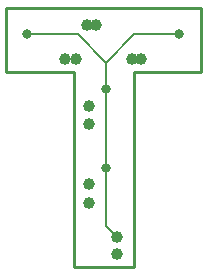
<source format=gbl>
G75*
%MOIN*%
%OFA0B0*%
%FSLAX24Y24*%
%IPPOS*%
%LPD*%
%AMOC8*
5,1,8,0,0,1.08239X$1,22.5*
%
%ADD10C,0.0100*%
%ADD11C,0.0397*%
%ADD12C,0.0317*%
%ADD13C,0.0060*%
D10*
X004642Y002517D02*
X006642Y002517D01*
X006642Y009017D01*
X008892Y009017D01*
X008892Y011142D01*
X002392Y011142D01*
X002392Y009017D01*
X004642Y009017D01*
X004642Y002517D01*
D11*
X006079Y002954D03*
X006079Y003517D03*
X005142Y004642D03*
X005142Y005267D03*
X005142Y007267D03*
X005142Y007892D03*
X004704Y009454D03*
X004329Y009454D03*
X005079Y010579D03*
X005392Y010579D03*
X006579Y009454D03*
X006892Y009454D03*
D12*
X005704Y008454D03*
X005704Y005829D03*
X008142Y010267D03*
X003079Y010267D03*
D13*
X004767Y010267D01*
X005704Y009329D01*
X006642Y010267D01*
X008142Y010267D01*
X005704Y009329D02*
X005704Y008454D01*
X005704Y005829D01*
X005704Y003892D01*
X006079Y003517D01*
M02*

</source>
